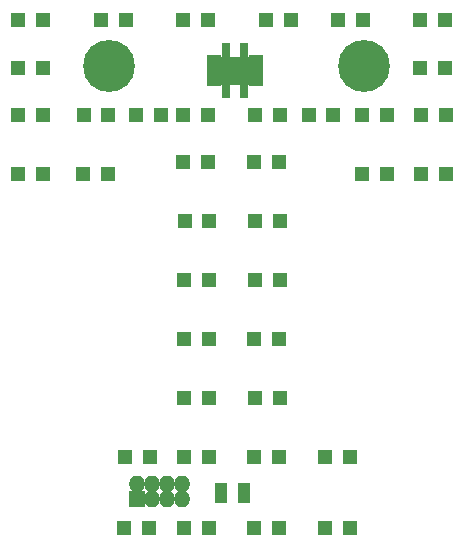
<source format=gbr>
G04 #@! TF.GenerationSoftware,KiCad,Pcbnew,(5.0.0)*
G04 #@! TF.CreationDate,2019-05-30T18:33:39-04:00*
G04 #@! TF.ProjectId,Tiny-er T,54696E792D657220542E6B696361645F,rev?*
G04 #@! TF.SameCoordinates,Original*
G04 #@! TF.FileFunction,Soldermask,Top*
G04 #@! TF.FilePolarity,Negative*
%FSLAX46Y46*%
G04 Gerber Fmt 4.6, Leading zero omitted, Abs format (unit mm)*
G04 Created by KiCad (PCBNEW (5.0.0)) date 05/30/19 18:33:39*
%MOMM*%
%LPD*%
G01*
G04 APERTURE LIST*
%ADD10R,1.200000X1.300000*%
%ADD11R,2.450000X2.450000*%
%ADD12R,0.679908X1.249884*%
%ADD13R,1.249884X0.679908*%
%ADD14R,1.100000X1.700000*%
%ADD15C,4.400000*%
%ADD16O,1.400000X1.400000*%
%ADD17R,1.400000X1.400000*%
G04 APERTURE END LIST*
D10*
G04 #@! TO.C,D1*
X91900000Y-91000000D03*
X94000000Y-91000000D03*
G04 #@! TD*
G04 #@! TO.C,D2*
X91900000Y-86000000D03*
X94000000Y-86000000D03*
G04 #@! TD*
G04 #@! TO.C,D3*
X91900000Y-82000000D03*
X94000000Y-82000000D03*
G04 #@! TD*
G04 #@! TO.C,D4*
X91900000Y-78000000D03*
X94000000Y-78000000D03*
G04 #@! TD*
G04 #@! TO.C,D5*
X98950000Y-78000000D03*
X101050000Y-78000000D03*
G04 #@! TD*
G04 #@! TO.C,D6*
X105900000Y-78000000D03*
X108000000Y-78000000D03*
G04 #@! TD*
G04 #@! TO.C,D7*
X112900000Y-78000000D03*
X115000000Y-78000000D03*
G04 #@! TD*
G04 #@! TO.C,D8*
X119000000Y-78000000D03*
X121100000Y-78000000D03*
G04 #@! TD*
G04 #@! TO.C,D9*
X125900000Y-78000000D03*
X128000000Y-78000000D03*
G04 #@! TD*
G04 #@! TO.C,D10*
X125900000Y-82000000D03*
X128000000Y-82000000D03*
G04 #@! TD*
G04 #@! TO.C,D11*
X126000000Y-86000000D03*
X128100000Y-86000000D03*
G04 #@! TD*
G04 #@! TO.C,D12*
X126000000Y-91000000D03*
X128100000Y-91000000D03*
G04 #@! TD*
G04 #@! TO.C,D13*
X121000000Y-91000000D03*
X123100000Y-91000000D03*
G04 #@! TD*
G04 #@! TO.C,D14*
X121000000Y-86000000D03*
X123100000Y-86000000D03*
G04 #@! TD*
G04 #@! TO.C,D15*
X116500000Y-86000000D03*
X118600000Y-86000000D03*
G04 #@! TD*
G04 #@! TO.C,D16*
X111950000Y-86000000D03*
X114050000Y-86000000D03*
G04 #@! TD*
G04 #@! TO.C,D17*
X111900000Y-90000000D03*
X114000000Y-90000000D03*
G04 #@! TD*
G04 #@! TO.C,D18*
X111950000Y-95000000D03*
X114050000Y-95000000D03*
G04 #@! TD*
G04 #@! TO.C,D19*
X111950000Y-100000000D03*
X114050000Y-100000000D03*
G04 #@! TD*
G04 #@! TO.C,D20*
X111900000Y-105000000D03*
X114000000Y-105000000D03*
G04 #@! TD*
G04 #@! TO.C,D21*
X111900000Y-115000000D03*
X114000000Y-115000000D03*
G04 #@! TD*
G04 #@! TO.C,D22*
X117900000Y-115000000D03*
X120000000Y-115000000D03*
G04 #@! TD*
G04 #@! TO.C,D23*
X117900000Y-121000000D03*
X120000000Y-121000000D03*
G04 #@! TD*
G04 #@! TO.C,D24*
X111950000Y-110000000D03*
X114050000Y-110000000D03*
G04 #@! TD*
D11*
G04 #@! TO.C,U2*
X110250000Y-82250000D03*
D12*
X111000001Y-80519000D03*
D13*
X112019001Y-81249999D03*
X112019001Y-81750001D03*
X112019001Y-82250000D03*
X112019001Y-82749999D03*
X112019001Y-83250001D03*
D12*
X111000001Y-83981000D03*
X109499999Y-83981000D03*
D13*
X108480999Y-83250001D03*
X108480999Y-82749999D03*
X108480999Y-82250000D03*
X108480999Y-81750001D03*
X108480999Y-81249999D03*
D12*
X109499999Y-80519000D03*
G04 #@! TD*
D10*
G04 #@! TO.C,D25*
X111900000Y-121000000D03*
X114000000Y-121000000D03*
G04 #@! TD*
G04 #@! TO.C,D26*
X105950000Y-121000000D03*
X108050000Y-121000000D03*
G04 #@! TD*
G04 #@! TO.C,D27*
X100900000Y-121000000D03*
X103000000Y-121000000D03*
G04 #@! TD*
G04 #@! TO.C,D28*
X100950000Y-115000000D03*
X103050000Y-115000000D03*
G04 #@! TD*
G04 #@! TO.C,D29*
X105950000Y-115000000D03*
X108050000Y-115000000D03*
G04 #@! TD*
G04 #@! TO.C,D30*
X105950000Y-110000000D03*
X108050000Y-110000000D03*
G04 #@! TD*
G04 #@! TO.C,D31*
X105950000Y-105000000D03*
X108050000Y-105000000D03*
G04 #@! TD*
G04 #@! TO.C,D32*
X105950000Y-100000000D03*
X108050000Y-100000000D03*
G04 #@! TD*
G04 #@! TO.C,D33*
X108100000Y-95000000D03*
X106000000Y-95000000D03*
G04 #@! TD*
G04 #@! TO.C,D34*
X105900000Y-90000000D03*
X108000000Y-90000000D03*
G04 #@! TD*
G04 #@! TO.C,D35*
X108000000Y-86000000D03*
X105900000Y-86000000D03*
G04 #@! TD*
G04 #@! TO.C,D36*
X101900000Y-86000000D03*
X104000000Y-86000000D03*
G04 #@! TD*
G04 #@! TO.C,D37*
X99550000Y-86000000D03*
X97450000Y-86000000D03*
G04 #@! TD*
G04 #@! TO.C,D38*
X97400000Y-91000000D03*
X99500000Y-91000000D03*
G04 #@! TD*
D14*
G04 #@! TO.C,R1*
X111000000Y-118000000D03*
X109100000Y-118000000D03*
G04 #@! TD*
D15*
G04 #@! TO.C,J1*
X99567000Y-81826100D03*
X121167000Y-81826100D03*
G04 #@! TD*
D16*
G04 #@! TO.C,J2*
X105810000Y-117230000D03*
X105810000Y-118500000D03*
X104540000Y-117230000D03*
X104540000Y-118500000D03*
X103270000Y-117230000D03*
X103270000Y-118500000D03*
X102000000Y-117230000D03*
D17*
X102000000Y-118500000D03*
G04 #@! TD*
M02*

</source>
